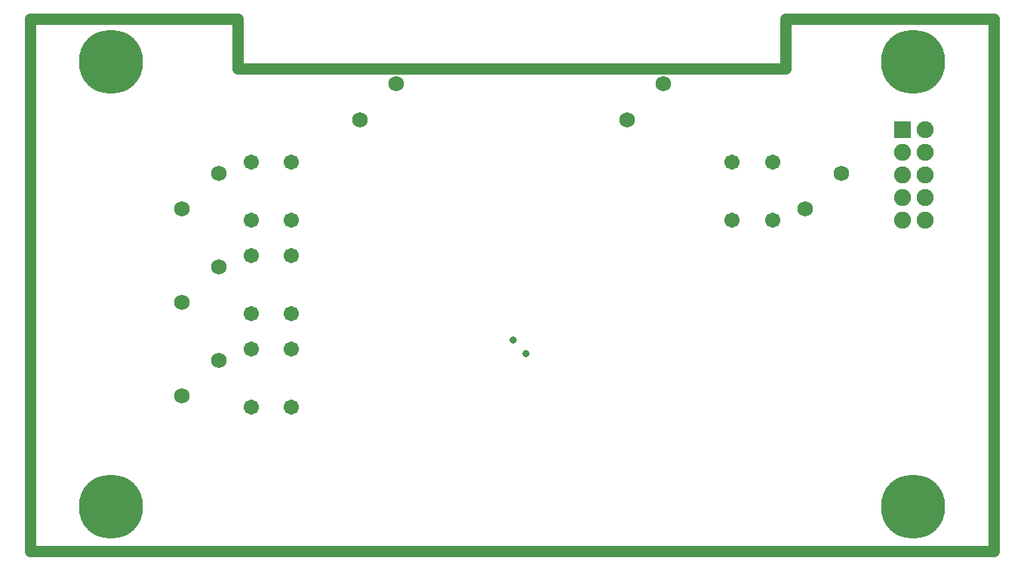
<source format=gbs>
G04*
G04 #@! TF.GenerationSoftware,Altium Limited,Altium Designer,20.0.11 (256)*
G04*
G04 Layer_Color=16711935*
%FSLAX25Y25*%
%MOIN*%
G70*
G01*
G75*
%ADD27C,0.04921*%
%ADD39C,0.06800*%
%ADD40C,0.06706*%
%ADD41C,0.07493*%
%ADD42R,0.07493X0.07493*%
%ADD43C,0.28359*%
%ADD44C,0.03162*%
D27*
X-689Y-584D02*
X425197D01*
X-689Y234653D02*
X-689Y-584D01*
X425197D02*
Y234653D01*
X-689D02*
X91043D01*
X333169D02*
X425197D01*
X91043Y212704D02*
X333169D01*
X91043D02*
Y234653D01*
X333169Y212704D02*
Y234653D01*
D39*
X357776Y166444D02*
D03*
X341634Y150696D02*
D03*
X279232Y205814D02*
D03*
X263090Y190066D02*
D03*
X161122Y205814D02*
D03*
X144980Y190066D02*
D03*
X82579Y83767D02*
D03*
X66437Y68019D02*
D03*
X82579Y125105D02*
D03*
X66437Y109357D02*
D03*
X82579Y166444D02*
D03*
X66437Y150696D02*
D03*
D40*
X114665Y145775D02*
D03*
Y171365D02*
D03*
X96949D02*
D03*
Y145775D02*
D03*
X114665Y104436D02*
D03*
Y130027D02*
D03*
X96949D02*
D03*
Y104436D02*
D03*
X114665Y63098D02*
D03*
Y88688D02*
D03*
X96949D02*
D03*
Y63098D02*
D03*
X309547Y145775D02*
D03*
Y171365D02*
D03*
X327264D02*
D03*
Y145775D02*
D03*
D41*
X384784Y145657D02*
D03*
Y155657D02*
D03*
Y165656D02*
D03*
Y175656D02*
D03*
X394784Y185656D02*
D03*
Y175656D02*
D03*
Y165656D02*
D03*
Y155657D02*
D03*
Y145657D02*
D03*
D42*
X384784Y185656D02*
D03*
D43*
X389272Y215656D02*
D03*
X34941Y18806D02*
D03*
X389272D02*
D03*
X34941Y215656D02*
D03*
D44*
X116240Y212704D02*
D03*
X218504Y86614D02*
D03*
X212598Y92520D02*
D03*
X424705Y214968D02*
D03*
Y195283D02*
D03*
Y175598D02*
D03*
Y155912D02*
D03*
Y136228D02*
D03*
Y116542D02*
D03*
Y96857D02*
D03*
Y77172D02*
D03*
Y57487D02*
D03*
Y37802D02*
D03*
Y18117D02*
D03*
Y492D02*
D03*
X393701Y0D02*
D03*
X374016D02*
D03*
X354331D02*
D03*
X334646D02*
D03*
X314961D02*
D03*
X295276D02*
D03*
X275590D02*
D03*
X259069Y-131D02*
D03*
X236221Y0D02*
D03*
X216535D02*
D03*
X196850D02*
D03*
X177165D02*
D03*
X157480D02*
D03*
X137795D02*
D03*
X118110D02*
D03*
X98425D02*
D03*
X78740D02*
D03*
X59055D02*
D03*
X39370D02*
D03*
X19685D02*
D03*
X0D02*
D03*
Y17625D02*
D03*
Y37310D02*
D03*
Y56995D02*
D03*
Y76680D02*
D03*
Y96365D02*
D03*
Y116050D02*
D03*
Y135735D02*
D03*
Y155420D02*
D03*
Y175105D02*
D03*
Y194790D02*
D03*
Y214475D02*
D03*
Y234160D02*
D03*
X424705D02*
D03*
X91043D02*
D03*
X333366D02*
D03*
X392421D02*
D03*
X372736D02*
D03*
X353051D02*
D03*
X333366Y212704D02*
D03*
X313681D02*
D03*
X293996D02*
D03*
X274311D02*
D03*
X254626D02*
D03*
X17815Y234160D02*
D03*
X37500D02*
D03*
X57185D02*
D03*
X76870D02*
D03*
X91043Y212704D02*
D03*
X135925D02*
D03*
X155610D02*
D03*
X175295D02*
D03*
X194980D02*
D03*
X214665D02*
D03*
X234941D02*
D03*
M02*

</source>
